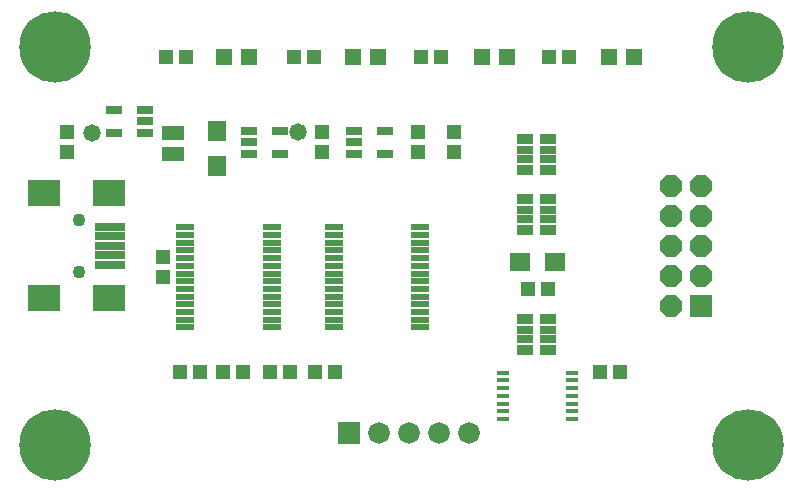
<source format=gts>
G75*
G70*
%OFA0B0*%
%FSLAX24Y24*%
%IPPOS*%
%LPD*%
%AMOC8*
5,1,8,0,0,1.08239X$1,22.5*
%
%ADD10R,0.0474X0.0513*%
%ADD11R,0.0552X0.0552*%
%ADD12R,0.0513X0.0474*%
%ADD13R,0.0710X0.0631*%
%ADD14R,0.0781X0.0482*%
%ADD15R,0.0631X0.0710*%
%ADD16R,0.0394X0.0177*%
%ADD17C,0.2380*%
%ADD18R,0.1064X0.0867*%
%ADD19R,0.0986X0.0277*%
%ADD20C,0.0434*%
%ADD21R,0.0533X0.0253*%
%ADD22R,0.0533X0.0328*%
%ADD23R,0.0720X0.0720*%
%ADD24OC8,0.0720*%
%ADD25C,0.0720*%
%ADD26R,0.0630X0.0217*%
%ADD27R,0.0552X0.0297*%
%ADD28C,0.0580*%
D10*
X010043Y008713D03*
X010713Y008713D03*
X006478Y011879D03*
X006478Y012548D03*
X003278Y016029D03*
X003278Y016698D03*
X006593Y019213D03*
X007263Y019213D03*
X010843Y019213D03*
X011513Y019213D03*
X015093Y019213D03*
X015763Y019213D03*
X019343Y019213D03*
X020013Y019213D03*
X016178Y016698D03*
X016178Y016029D03*
X014978Y016029D03*
X014978Y016698D03*
X011778Y016698D03*
X011778Y016029D03*
X018643Y011463D03*
X019313Y011463D03*
D11*
X017941Y019213D03*
X017115Y019213D03*
X013641Y019213D03*
X012815Y019213D03*
X009341Y019213D03*
X008515Y019213D03*
X021365Y019213D03*
X022191Y019213D03*
D12*
X021713Y008713D03*
X021043Y008713D03*
X012213Y008713D03*
X011543Y008713D03*
X009163Y008713D03*
X008493Y008713D03*
X007713Y008713D03*
X007043Y008713D03*
D13*
X018387Y012363D03*
X019569Y012363D03*
D14*
X006828Y015963D03*
X006828Y016664D03*
D15*
X008278Y016754D03*
X008278Y015573D03*
D16*
X017826Y008681D03*
X017826Y008425D03*
X017826Y008169D03*
X017826Y007913D03*
X017826Y007657D03*
X017826Y007402D03*
X017826Y007146D03*
X020130Y007146D03*
X020130Y007402D03*
X020130Y007657D03*
X020130Y007913D03*
X020130Y008169D03*
X020130Y008425D03*
X020130Y008681D03*
D17*
X002883Y006289D03*
X025973Y006289D03*
X025973Y019537D03*
X002883Y019537D03*
D18*
X002522Y014665D03*
X004687Y014665D03*
X004687Y011161D03*
X002522Y011161D03*
D19*
X004727Y012283D03*
X004727Y012598D03*
X004727Y012913D03*
X004727Y013228D03*
X004727Y013543D03*
D20*
X003703Y013780D03*
X003703Y012047D03*
D21*
X018544Y013806D03*
X018544Y014121D03*
X019312Y014121D03*
X019312Y013806D03*
X019312Y015806D03*
X019312Y016121D03*
X018544Y016121D03*
X018544Y015806D03*
X018544Y010121D03*
X018544Y009806D03*
X019312Y009806D03*
X019312Y010121D03*
D22*
X019312Y010473D03*
X018544Y010473D03*
X018544Y009454D03*
X019312Y009454D03*
X019312Y013454D03*
X018544Y013454D03*
X018544Y014473D03*
X019312Y014473D03*
X019312Y015454D03*
X018544Y015454D03*
X018544Y016473D03*
X019312Y016473D03*
D23*
X024428Y010913D03*
X012678Y006663D03*
D24*
X023428Y010913D03*
X023428Y011913D03*
X024428Y011913D03*
X024428Y012913D03*
X023428Y012913D03*
X023428Y013913D03*
X024428Y013913D03*
X024428Y014913D03*
X023428Y014913D03*
D25*
X016678Y006663D03*
X015678Y006663D03*
X014678Y006663D03*
X013678Y006663D03*
D26*
X015067Y010200D03*
X015067Y010456D03*
X015067Y010712D03*
X015067Y010968D03*
X015067Y011224D03*
X015067Y011480D03*
X015067Y011735D03*
X015067Y011991D03*
X015067Y012247D03*
X015067Y012503D03*
X015067Y012759D03*
X015067Y013015D03*
X015067Y013271D03*
X015067Y013527D03*
X012189Y013527D03*
X012189Y013271D03*
X012189Y013015D03*
X012189Y012759D03*
X012189Y012503D03*
X012189Y012247D03*
X012189Y011991D03*
X012189Y011735D03*
X012189Y011480D03*
X012189Y011224D03*
X012189Y010968D03*
X012189Y010712D03*
X012189Y010456D03*
X012189Y010200D03*
X010117Y010200D03*
X010117Y010456D03*
X010117Y010712D03*
X010117Y010968D03*
X010117Y011224D03*
X010117Y011480D03*
X010117Y011735D03*
X010117Y011991D03*
X010117Y012247D03*
X010117Y012503D03*
X010117Y012759D03*
X010117Y013015D03*
X010117Y013271D03*
X010117Y013527D03*
X007239Y013527D03*
X007239Y013271D03*
X007239Y013015D03*
X007239Y012759D03*
X007239Y012503D03*
X007239Y012247D03*
X007239Y011991D03*
X007239Y011735D03*
X007239Y011480D03*
X007239Y011224D03*
X007239Y010968D03*
X007239Y010712D03*
X007239Y010456D03*
X007239Y010200D03*
D27*
X009366Y015989D03*
X009366Y016363D03*
X009366Y016737D03*
X010390Y016737D03*
X010390Y015989D03*
X012866Y015989D03*
X012866Y016363D03*
X012866Y016737D03*
X013890Y016737D03*
X013890Y015989D03*
X005890Y016689D03*
X005890Y017063D03*
X005890Y017437D03*
X004866Y017437D03*
X004866Y016689D03*
D28*
X004128Y016663D03*
X010978Y016713D03*
M02*

</source>
